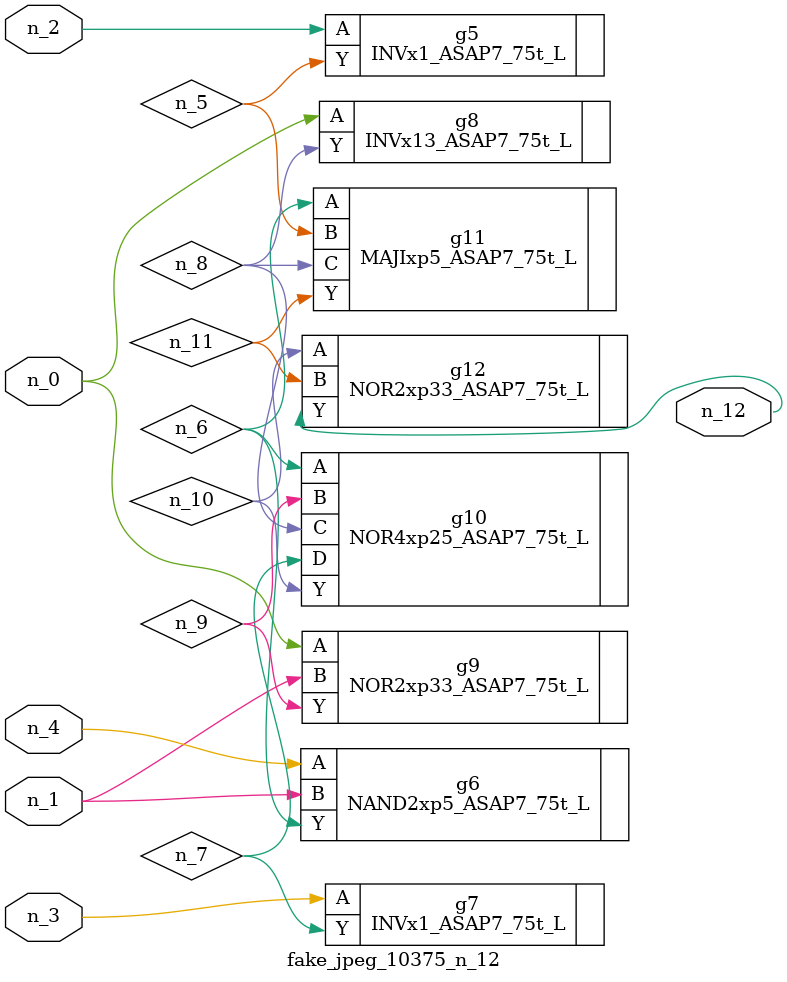
<source format=v>
module fake_jpeg_10375_n_12 (n_3, n_2, n_1, n_0, n_4, n_12);

input n_3;
input n_2;
input n_1;
input n_0;
input n_4;

output n_12;

wire n_11;
wire n_10;
wire n_8;
wire n_9;
wire n_6;
wire n_5;
wire n_7;

INVx1_ASAP7_75t_L g5 ( 
.A(n_2),
.Y(n_5)
);

NAND2xp5_ASAP7_75t_L g6 ( 
.A(n_4),
.B(n_1),
.Y(n_6)
);

INVx1_ASAP7_75t_L g7 ( 
.A(n_3),
.Y(n_7)
);

INVx13_ASAP7_75t_L g8 ( 
.A(n_0),
.Y(n_8)
);

NOR2xp33_ASAP7_75t_L g9 ( 
.A(n_0),
.B(n_1),
.Y(n_9)
);

NOR4xp25_ASAP7_75t_L g10 ( 
.A(n_6),
.B(n_9),
.C(n_8),
.D(n_7),
.Y(n_10)
);

NOR2xp33_ASAP7_75t_L g12 ( 
.A(n_10),
.B(n_11),
.Y(n_12)
);

MAJIxp5_ASAP7_75t_L g11 ( 
.A(n_6),
.B(n_5),
.C(n_8),
.Y(n_11)
);


endmodule
</source>
